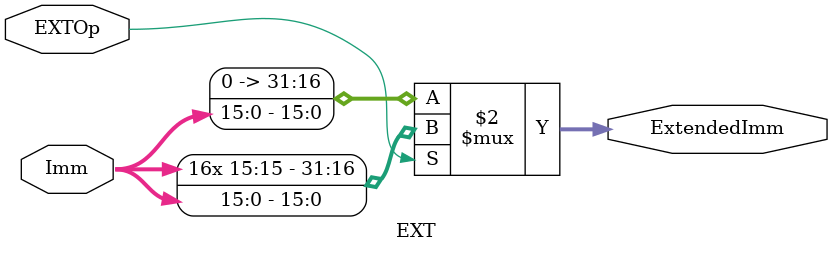
<source format=v>
`timescale 1ns / 1ps
module EXT(
    input [15:0] Imm,
    input EXTOp,
    output [31:0] ExtendedImm
    );

assign 	ExtendedImm = (EXTOp == 1)? {{16{Imm[15]}}, {Imm}} : {16'b0, {Imm}};
endmodule

</source>
